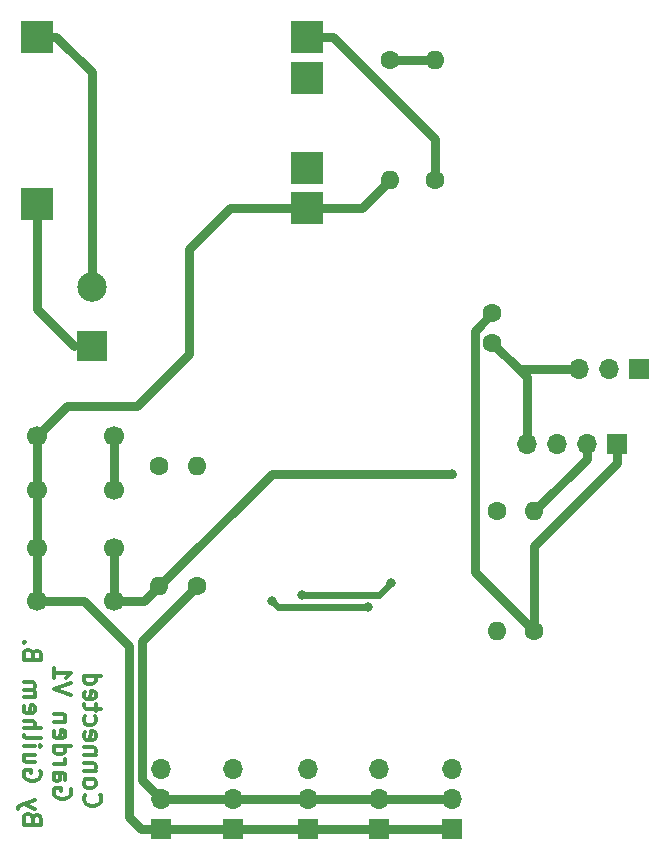
<source format=gbr>
G04 #@! TF.GenerationSoftware,KiCad,Pcbnew,5.0.2-bee76a0~70~ubuntu16.04.1*
G04 #@! TF.CreationDate,2019-08-20T20:13:55+02:00*
G04 #@! TF.ProjectId,connected_garden_pcb,636f6e6e-6563-4746-9564-5f6761726465,rev?*
G04 #@! TF.SameCoordinates,Original*
G04 #@! TF.FileFunction,Copper,L2,Bot*
G04 #@! TF.FilePolarity,Positive*
%FSLAX46Y46*%
G04 Gerber Fmt 4.6, Leading zero omitted, Abs format (unit mm)*
G04 Created by KiCad (PCBNEW 5.0.2-bee76a0~70~ubuntu16.04.1) date mar. 20 août 2019 20:13:55 CEST*
%MOMM*%
%LPD*%
G01*
G04 APERTURE LIST*
G04 #@! TA.AperFunction,NonConductor*
%ADD10C,0.300000*%
G04 #@! TD*
G04 #@! TA.AperFunction,ComponentPad*
%ADD11R,1.700000X1.700000*%
G04 #@! TD*
G04 #@! TA.AperFunction,ComponentPad*
%ADD12O,1.700000X1.700000*%
G04 #@! TD*
G04 #@! TA.AperFunction,ComponentPad*
%ADD13C,1.600000*%
G04 #@! TD*
G04 #@! TA.AperFunction,ComponentPad*
%ADD14R,2.500000X2.500000*%
G04 #@! TD*
G04 #@! TA.AperFunction,ComponentPad*
%ADD15C,2.500000*%
G04 #@! TD*
G04 #@! TA.AperFunction,ComponentPad*
%ADD16O,1.600000X1.600000*%
G04 #@! TD*
G04 #@! TA.AperFunction,ComponentPad*
%ADD17C,1.700000*%
G04 #@! TD*
G04 #@! TA.AperFunction,ComponentPad*
%ADD18R,2.800000X2.800000*%
G04 #@! TD*
G04 #@! TA.AperFunction,ViaPad*
%ADD19C,0.800000*%
G04 #@! TD*
G04 #@! TA.AperFunction,Conductor*
%ADD20C,0.800000*%
G04 #@! TD*
G04 #@! TA.AperFunction,Conductor*
%ADD21C,0.250000*%
G04 #@! TD*
G04 #@! TA.AperFunction,Conductor*
%ADD22C,0.600000*%
G04 #@! TD*
G04 APERTURE END LIST*
D10*
X19794285Y-79854571D02*
X19722857Y-79926000D01*
X19651428Y-80140285D01*
X19651428Y-80283142D01*
X19722857Y-80497428D01*
X19865714Y-80640285D01*
X20008571Y-80711714D01*
X20294285Y-80783142D01*
X20508571Y-80783142D01*
X20794285Y-80711714D01*
X20937142Y-80640285D01*
X21080000Y-80497428D01*
X21151428Y-80283142D01*
X21151428Y-80140285D01*
X21080000Y-79926000D01*
X21008571Y-79854571D01*
X19651428Y-78997428D02*
X19722857Y-79140285D01*
X19794285Y-79211714D01*
X19937142Y-79283142D01*
X20365714Y-79283142D01*
X20508571Y-79211714D01*
X20580000Y-79140285D01*
X20651428Y-78997428D01*
X20651428Y-78783142D01*
X20580000Y-78640285D01*
X20508571Y-78568857D01*
X20365714Y-78497428D01*
X19937142Y-78497428D01*
X19794285Y-78568857D01*
X19722857Y-78640285D01*
X19651428Y-78783142D01*
X19651428Y-78997428D01*
X20651428Y-77854571D02*
X19651428Y-77854571D01*
X20508571Y-77854571D02*
X20580000Y-77783142D01*
X20651428Y-77640285D01*
X20651428Y-77426000D01*
X20580000Y-77283142D01*
X20437142Y-77211714D01*
X19651428Y-77211714D01*
X20651428Y-76497428D02*
X19651428Y-76497428D01*
X20508571Y-76497428D02*
X20580000Y-76426000D01*
X20651428Y-76283142D01*
X20651428Y-76068857D01*
X20580000Y-75926000D01*
X20437142Y-75854571D01*
X19651428Y-75854571D01*
X19722857Y-74568857D02*
X19651428Y-74711714D01*
X19651428Y-74997428D01*
X19722857Y-75140285D01*
X19865714Y-75211714D01*
X20437142Y-75211714D01*
X20580000Y-75140285D01*
X20651428Y-74997428D01*
X20651428Y-74711714D01*
X20580000Y-74568857D01*
X20437142Y-74497428D01*
X20294285Y-74497428D01*
X20151428Y-75211714D01*
X19722857Y-73211714D02*
X19651428Y-73354571D01*
X19651428Y-73640285D01*
X19722857Y-73783142D01*
X19794285Y-73854571D01*
X19937142Y-73926000D01*
X20365714Y-73926000D01*
X20508571Y-73854571D01*
X20580000Y-73783142D01*
X20651428Y-73640285D01*
X20651428Y-73354571D01*
X20580000Y-73211714D01*
X20651428Y-72783142D02*
X20651428Y-72211714D01*
X21151428Y-72568857D02*
X19865714Y-72568857D01*
X19722857Y-72497428D01*
X19651428Y-72354571D01*
X19651428Y-72211714D01*
X19722857Y-71140285D02*
X19651428Y-71283142D01*
X19651428Y-71568857D01*
X19722857Y-71711714D01*
X19865714Y-71783142D01*
X20437142Y-71783142D01*
X20580000Y-71711714D01*
X20651428Y-71568857D01*
X20651428Y-71283142D01*
X20580000Y-71140285D01*
X20437142Y-71068857D01*
X20294285Y-71068857D01*
X20151428Y-71783142D01*
X19651428Y-69783142D02*
X21151428Y-69783142D01*
X19722857Y-69783142D02*
X19651428Y-69926000D01*
X19651428Y-70211714D01*
X19722857Y-70354571D01*
X19794285Y-70426000D01*
X19937142Y-70497428D01*
X20365714Y-70497428D01*
X20508571Y-70426000D01*
X20580000Y-70354571D01*
X20651428Y-70211714D01*
X20651428Y-69926000D01*
X20580000Y-69783142D01*
X18530000Y-79354571D02*
X18601428Y-79497428D01*
X18601428Y-79711714D01*
X18530000Y-79926000D01*
X18387142Y-80068857D01*
X18244285Y-80140285D01*
X17958571Y-80211714D01*
X17744285Y-80211714D01*
X17458571Y-80140285D01*
X17315714Y-80068857D01*
X17172857Y-79926000D01*
X17101428Y-79711714D01*
X17101428Y-79568857D01*
X17172857Y-79354571D01*
X17244285Y-79283142D01*
X17744285Y-79283142D01*
X17744285Y-79568857D01*
X17101428Y-77997428D02*
X17887142Y-77997428D01*
X18030000Y-78068857D01*
X18101428Y-78211714D01*
X18101428Y-78497428D01*
X18030000Y-78640285D01*
X17172857Y-77997428D02*
X17101428Y-78140285D01*
X17101428Y-78497428D01*
X17172857Y-78640285D01*
X17315714Y-78711714D01*
X17458571Y-78711714D01*
X17601428Y-78640285D01*
X17672857Y-78497428D01*
X17672857Y-78140285D01*
X17744285Y-77997428D01*
X17101428Y-77283142D02*
X18101428Y-77283142D01*
X17815714Y-77283142D02*
X17958571Y-77211714D01*
X18030000Y-77140285D01*
X18101428Y-76997428D01*
X18101428Y-76854571D01*
X17101428Y-75711714D02*
X18601428Y-75711714D01*
X17172857Y-75711714D02*
X17101428Y-75854571D01*
X17101428Y-76140285D01*
X17172857Y-76283142D01*
X17244285Y-76354571D01*
X17387142Y-76426000D01*
X17815714Y-76426000D01*
X17958571Y-76354571D01*
X18030000Y-76283142D01*
X18101428Y-76140285D01*
X18101428Y-75854571D01*
X18030000Y-75711714D01*
X17172857Y-74426000D02*
X17101428Y-74568857D01*
X17101428Y-74854571D01*
X17172857Y-74997428D01*
X17315714Y-75068857D01*
X17887142Y-75068857D01*
X18030000Y-74997428D01*
X18101428Y-74854571D01*
X18101428Y-74568857D01*
X18030000Y-74426000D01*
X17887142Y-74354571D01*
X17744285Y-74354571D01*
X17601428Y-75068857D01*
X18101428Y-73711714D02*
X17101428Y-73711714D01*
X17958571Y-73711714D02*
X18030000Y-73640285D01*
X18101428Y-73497428D01*
X18101428Y-73283142D01*
X18030000Y-73140285D01*
X17887142Y-73068857D01*
X17101428Y-73068857D01*
X18601428Y-71426000D02*
X17101428Y-70926000D01*
X18601428Y-70426000D01*
X17101428Y-69140285D02*
X17101428Y-69997428D01*
X17101428Y-69568857D02*
X18601428Y-69568857D01*
X18387142Y-69711714D01*
X18244285Y-69854571D01*
X18172857Y-69997428D01*
X15337142Y-81890285D02*
X15265714Y-81676000D01*
X15194285Y-81604571D01*
X15051428Y-81533142D01*
X14837142Y-81533142D01*
X14694285Y-81604571D01*
X14622857Y-81676000D01*
X14551428Y-81818857D01*
X14551428Y-82390285D01*
X16051428Y-82390285D01*
X16051428Y-81890285D01*
X15979999Y-81747428D01*
X15908571Y-81676000D01*
X15765714Y-81604571D01*
X15622857Y-81604571D01*
X15479999Y-81676000D01*
X15408571Y-81747428D01*
X15337142Y-81890285D01*
X15337142Y-82390285D01*
X15551428Y-81033142D02*
X14551428Y-80676000D01*
X15551428Y-80318857D02*
X14551428Y-80676000D01*
X14194285Y-80818857D01*
X14122857Y-80890285D01*
X14051428Y-81033142D01*
X15980000Y-77818857D02*
X16051428Y-77961714D01*
X16051428Y-78176000D01*
X15980000Y-78390285D01*
X15837142Y-78533142D01*
X15694285Y-78604571D01*
X15408571Y-78676000D01*
X15194285Y-78676000D01*
X14908571Y-78604571D01*
X14765714Y-78533142D01*
X14622857Y-78390285D01*
X14551428Y-78176000D01*
X14551428Y-78033142D01*
X14622857Y-77818857D01*
X14694285Y-77747428D01*
X15194285Y-77747428D01*
X15194285Y-78033142D01*
X15551428Y-76461714D02*
X14551428Y-76461714D01*
X15551428Y-77104571D02*
X14765714Y-77104571D01*
X14622857Y-77033142D01*
X14551428Y-76890285D01*
X14551428Y-76676000D01*
X14622857Y-76533142D01*
X14694285Y-76461714D01*
X14551428Y-75747428D02*
X15551428Y-75747428D01*
X16051428Y-75747428D02*
X15980000Y-75818857D01*
X15908571Y-75747428D01*
X15980000Y-75676000D01*
X16051428Y-75747428D01*
X15908571Y-75747428D01*
X14551428Y-74818857D02*
X14622857Y-74961714D01*
X14765714Y-75033142D01*
X16051428Y-75033142D01*
X14551428Y-74247428D02*
X16051428Y-74247428D01*
X14551428Y-73604571D02*
X15337142Y-73604571D01*
X15480000Y-73676000D01*
X15551428Y-73818857D01*
X15551428Y-74033142D01*
X15480000Y-74176000D01*
X15408571Y-74247428D01*
X14622857Y-72318857D02*
X14551428Y-72461714D01*
X14551428Y-72747428D01*
X14622857Y-72890285D01*
X14765714Y-72961714D01*
X15337142Y-72961714D01*
X15480000Y-72890285D01*
X15551428Y-72747428D01*
X15551428Y-72461714D01*
X15480000Y-72318857D01*
X15337142Y-72247428D01*
X15194285Y-72247428D01*
X15051428Y-72961714D01*
X14551428Y-71604571D02*
X15551428Y-71604571D01*
X15408571Y-71604571D02*
X15480000Y-71533142D01*
X15551428Y-71390285D01*
X15551428Y-71176000D01*
X15480000Y-71033142D01*
X15337142Y-70961714D01*
X14551428Y-70961714D01*
X15337142Y-70961714D02*
X15480000Y-70890285D01*
X15551428Y-70747428D01*
X15551428Y-70533142D01*
X15480000Y-70390285D01*
X15337142Y-70318857D01*
X14551428Y-70318857D01*
X15337142Y-67961714D02*
X15265714Y-67747428D01*
X15194285Y-67676000D01*
X15051428Y-67604571D01*
X14837142Y-67604571D01*
X14694285Y-67676000D01*
X14622857Y-67747428D01*
X14551428Y-67890285D01*
X14551428Y-68461714D01*
X16051428Y-68461714D01*
X16051428Y-67961714D01*
X15980000Y-67818857D01*
X15908571Y-67747428D01*
X15765714Y-67676000D01*
X15622857Y-67676000D01*
X15480000Y-67747428D01*
X15408571Y-67818857D01*
X15337142Y-67961714D01*
X15337142Y-68461714D01*
X14694285Y-66961714D02*
X14622857Y-66890285D01*
X14551428Y-66961714D01*
X14622857Y-67033142D01*
X14694285Y-66961714D01*
X14551428Y-66961714D01*
D11*
G04 #@! TO.P,J7,1*
G04 #@! TO.N,/RX*
X66675000Y-43815000D03*
D12*
G04 #@! TO.P,J7,2*
G04 #@! TO.N,/TX*
X64135000Y-43815000D03*
G04 #@! TO.P,J7,3*
G04 #@! TO.N,GND*
X61595000Y-43815000D03*
G04 #@! TD*
D13*
G04 #@! TO.P,C1,1*
G04 #@! TO.N,+3V3*
X54240230Y-39078215D03*
G04 #@! TO.P,C1,2*
G04 #@! TO.N,GND*
X54240230Y-41578215D03*
G04 #@! TD*
D12*
G04 #@! TO.P,J1,3*
G04 #@! TO.N,/A0*
X26167958Y-77650712D03*
G04 #@! TO.P,J1,2*
G04 #@! TO.N,+3V3*
X26167958Y-80190712D03*
D11*
G04 #@! TO.P,J1,1*
G04 #@! TO.N,GND*
X26167958Y-82730712D03*
G04 #@! TD*
G04 #@! TO.P,J2,1*
G04 #@! TO.N,GND*
X32325968Y-82730712D03*
D12*
G04 #@! TO.P,J2,2*
G04 #@! TO.N,+3V3*
X32325968Y-80190712D03*
G04 #@! TO.P,J2,3*
G04 #@! TO.N,/A1*
X32325968Y-77650712D03*
G04 #@! TD*
G04 #@! TO.P,J3,3*
G04 #@! TO.N,/A2*
X38608000Y-77724000D03*
G04 #@! TO.P,J3,2*
G04 #@! TO.N,+3V3*
X38608000Y-80264000D03*
D11*
G04 #@! TO.P,J3,1*
G04 #@! TO.N,GND*
X38608000Y-82804000D03*
G04 #@! TD*
G04 #@! TO.P,J4,1*
G04 #@! TO.N,GND*
X44641988Y-82730712D03*
D12*
G04 #@! TO.P,J4,2*
G04 #@! TO.N,+3V3*
X44641988Y-80190712D03*
G04 #@! TO.P,J4,3*
G04 #@! TO.N,/A3*
X44641988Y-77650712D03*
G04 #@! TD*
G04 #@! TO.P,J5,3*
G04 #@! TO.N,/A4*
X50800000Y-77650712D03*
G04 #@! TO.P,J5,2*
G04 #@! TO.N,+3V3*
X50800000Y-80190712D03*
D11*
G04 #@! TO.P,J5,1*
G04 #@! TO.N,GND*
X50800000Y-82730712D03*
G04 #@! TD*
D14*
G04 #@! TO.P,J6,1*
G04 #@! TO.N,Net-(J6-Pad1)*
X20320000Y-41910000D03*
D15*
G04 #@! TO.P,J6,2*
G04 #@! TO.N,Net-(J6-Pad2)*
X20320000Y-36910000D03*
G04 #@! TD*
D13*
G04 #@! TO.P,R1,1*
G04 #@! TO.N,+3V3*
X29210000Y-62230000D03*
D16*
G04 #@! TO.P,R1,2*
G04 #@! TO.N,Net-(R1-Pad2)*
X29210000Y-52070000D03*
G04 #@! TD*
G04 #@! TO.P,R2,2*
G04 #@! TO.N,GND*
X54610000Y-66040000D03*
D13*
G04 #@! TO.P,R2,1*
G04 #@! TO.N,Net-(R2-Pad1)*
X54610000Y-55880000D03*
G04 #@! TD*
D16*
G04 #@! TO.P,R3,2*
G04 #@! TO.N,Net-(R3-Pad2)*
X26035000Y-62230000D03*
D13*
G04 #@! TO.P,R3,1*
G04 #@! TO.N,+3V3*
X26035000Y-52070000D03*
G04 #@! TD*
G04 #@! TO.P,R4,1*
G04 #@! TO.N,Net-(R4-Pad1)*
X49416792Y-27782646D03*
D16*
G04 #@! TO.P,R4,2*
G04 #@! TO.N,/A5*
X49416792Y-17622646D03*
G04 #@! TD*
G04 #@! TO.P,R5,2*
G04 #@! TO.N,GND*
X45606792Y-27782646D03*
D13*
G04 #@! TO.P,R5,1*
G04 #@! TO.N,/A5*
X45606792Y-17622646D03*
G04 #@! TD*
G04 #@! TO.P,R6,1*
G04 #@! TO.N,+3V3*
X57785000Y-66040000D03*
D16*
G04 #@! TO.P,R6,2*
G04 #@! TO.N,/DHT11Data*
X57785000Y-55880000D03*
G04 #@! TD*
D17*
G04 #@! TO.P,SW1,4*
G04 #@! TO.N,Net-(R1-Pad2)*
X22175000Y-54030000D03*
G04 #@! TO.P,SW1,3*
G04 #@! TO.N,GND*
X15675000Y-54030000D03*
G04 #@! TO.P,SW1,2*
G04 #@! TO.N,Net-(R1-Pad2)*
X22175000Y-49530000D03*
G04 #@! TO.P,SW1,1*
G04 #@! TO.N,GND*
X15675000Y-49530000D03*
G04 #@! TD*
G04 #@! TO.P,SW2,1*
G04 #@! TO.N,Net-(R3-Pad2)*
X22225000Y-63500000D03*
G04 #@! TO.P,SW2,2*
G04 #@! TO.N,GND*
X15725000Y-63500000D03*
G04 #@! TO.P,SW2,3*
G04 #@! TO.N,Net-(R3-Pad2)*
X22225000Y-59000000D03*
G04 #@! TO.P,SW2,4*
G04 #@! TO.N,GND*
X15725000Y-59000000D03*
G04 #@! TD*
D18*
G04 #@! TO.P,U1,1*
G04 #@! TO.N,Net-(J6-Pad2)*
X15670000Y-15670000D03*
G04 #@! TO.P,U1,2*
G04 #@! TO.N,Net-(J6-Pad1)*
X15670000Y-29870000D03*
G04 #@! TO.P,U1,3*
G04 #@! TO.N,Net-(R4-Pad1)*
X38570000Y-15670000D03*
G04 #@! TO.P,U1,4*
G04 #@! TO.N,GND*
X38570000Y-30170000D03*
G04 #@! TO.P,U1,5*
G04 #@! TO.N,Net-(U1-Pad5)*
X38570000Y-19170000D03*
G04 #@! TO.P,U1,6*
G04 #@! TO.N,Net-(U1-Pad6)*
X38570000Y-26770000D03*
G04 #@! TD*
D11*
G04 #@! TO.P,U4,1*
G04 #@! TO.N,+3V3*
X64770000Y-50165000D03*
D12*
G04 #@! TO.P,U4,2*
G04 #@! TO.N,/DHT11Data*
X62230000Y-50165000D03*
G04 #@! TO.P,U4,3*
G04 #@! TO.N,N/C*
X59690000Y-50165000D03*
G04 #@! TO.P,U4,4*
G04 #@! TO.N,GND*
X57150000Y-50165000D03*
G04 #@! TD*
D19*
G04 #@! TO.N,Net-(R3-Pad2)*
X50800000Y-52705000D03*
G04 #@! TO.N,/CS*
X43688000Y-64008000D03*
X35560000Y-63500000D03*
G04 #@! TO.N,/SCLK*
X45656000Y-61976000D03*
X38100000Y-62992000D03*
G04 #@! TD*
D20*
G04 #@! TO.N,+3V3*
X45061990Y-80190712D02*
X50800000Y-80190712D01*
X26167958Y-80190712D02*
X45061990Y-80190712D01*
X64770000Y-51815000D02*
X57785000Y-58800000D01*
X64770000Y-50165000D02*
X64770000Y-51815000D01*
X57785000Y-58800000D02*
X57785000Y-66040000D01*
X56985001Y-65240001D02*
X57785000Y-66040000D01*
X52740229Y-60995229D02*
X56985001Y-65240001D01*
X52740229Y-40578216D02*
X52740229Y-60995229D01*
X54240230Y-39078215D02*
X52740229Y-40578216D01*
X24617957Y-78640711D02*
X26167958Y-80190712D01*
X24617957Y-66822043D02*
X24617957Y-78640711D01*
X29210000Y-62230000D02*
X24617957Y-66822043D01*
G04 #@! TO.N,GND*
X43219438Y-30170000D02*
X45606792Y-27782646D01*
X38570000Y-30170000D02*
X43219438Y-30170000D01*
X15675000Y-49530000D02*
X18215000Y-46990000D01*
X18215000Y-46990000D02*
X24130000Y-46990000D01*
X24130000Y-46990000D02*
X28575000Y-42545000D01*
X28575000Y-42545000D02*
X28575000Y-33655000D01*
X32060000Y-30170000D02*
X38570000Y-30170000D01*
X28575000Y-33655000D02*
X32060000Y-30170000D01*
X57150000Y-44487985D02*
X54240230Y-41578215D01*
X57150000Y-50165000D02*
X57150000Y-44487985D01*
X56477015Y-43815000D02*
X54240230Y-41578215D01*
X61595000Y-43815000D02*
X56477015Y-43815000D01*
X15725000Y-63500000D02*
X19685000Y-63500000D01*
X19685000Y-63500000D02*
X23495000Y-67310000D01*
X24517958Y-82730712D02*
X26167958Y-82730712D01*
X23495000Y-81707754D02*
X24517958Y-82730712D01*
X50800000Y-82730712D02*
X26167958Y-82730712D01*
X15725000Y-63500000D02*
X15725000Y-59000000D01*
X15675000Y-54030000D02*
X15675000Y-49530000D01*
X15725000Y-54080000D02*
X15675000Y-54030000D01*
X15725000Y-59000000D02*
X15725000Y-54080000D01*
X23495000Y-81707754D02*
X23495000Y-67310000D01*
G04 #@! TO.N,Net-(J6-Pad1)*
X15670000Y-38760000D02*
X15670000Y-31520000D01*
X18820000Y-41910000D02*
X15670000Y-38760000D01*
D21*
X20320000Y-41910000D02*
X18820000Y-41910000D01*
D20*
X15670000Y-31520000D02*
X15670000Y-29870000D01*
G04 #@! TO.N,Net-(J6-Pad2)*
X20320000Y-18670000D02*
X17320000Y-15670000D01*
X20320000Y-36910000D02*
X20320000Y-18670000D01*
X17320000Y-15670000D02*
X15670000Y-15670000D01*
G04 #@! TO.N,Net-(R1-Pad2)*
X22175000Y-49530000D02*
X22175000Y-54030000D01*
G04 #@! TO.N,Net-(R3-Pad2)*
X26035000Y-62230000D02*
X35560000Y-52705000D01*
X35560000Y-52705000D02*
X50800000Y-52705000D01*
X50800000Y-52705000D02*
X50800000Y-52705000D01*
X22225000Y-63500000D02*
X22225000Y-59000000D01*
X24765000Y-63500000D02*
X26035000Y-62230000D01*
X22225000Y-63500000D02*
X24765000Y-63500000D01*
G04 #@! TO.N,Net-(R4-Pad1)*
X40770000Y-15670000D02*
X38570000Y-15670000D01*
X49416792Y-24316792D02*
X40770000Y-15670000D01*
X49416792Y-27782646D02*
X49416792Y-24316792D01*
G04 #@! TO.N,/A5*
X45606792Y-17622646D02*
X49416792Y-17622646D01*
G04 #@! TO.N,/DHT11Data*
X62230000Y-51435000D02*
X57785000Y-55880000D01*
X62230000Y-50165000D02*
X62230000Y-51435000D01*
D22*
G04 #@! TO.N,/CS*
X36068000Y-64008000D02*
X35560000Y-63500000D01*
X43688000Y-64008000D02*
X36068000Y-64008000D01*
G04 #@! TO.N,/SCLK*
X44640000Y-62992000D02*
X45656000Y-61976000D01*
X38100000Y-62992000D02*
X44640000Y-62992000D01*
G04 #@! TD*
M02*

</source>
